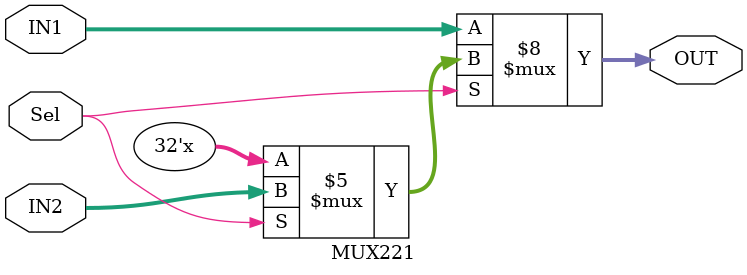
<source format=v>
module MUX221 (IN1,IN2,OUT,Sel);
input [31:0]IN1;
input [31:0]IN2;
input Sel;
output reg [31:0]OUT;

always @ (IN1,IN2,Sel)
begin 
if (Sel == 0)
OUT<=IN1;
else if (Sel == 1)
OUT <= IN2;
else 
OUT <=32'hxxxxxxxx;
end

endmodule 

</source>
